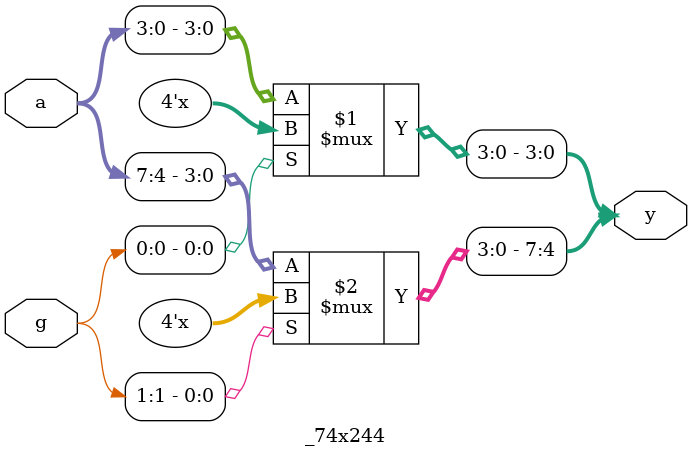
<source format=v>
module _74x244 (
    input [1:0]g,   // Output Enable (Active LOW)
    input [7:0] a,  // Data Inputs
    output [7:0] y  // Data Outputs
);

    assign y = {g[1] ? 4'bzzzz : a[7:4], g[0] ? 4'bzzzz : a[3:0]};

endmodule
</source>
